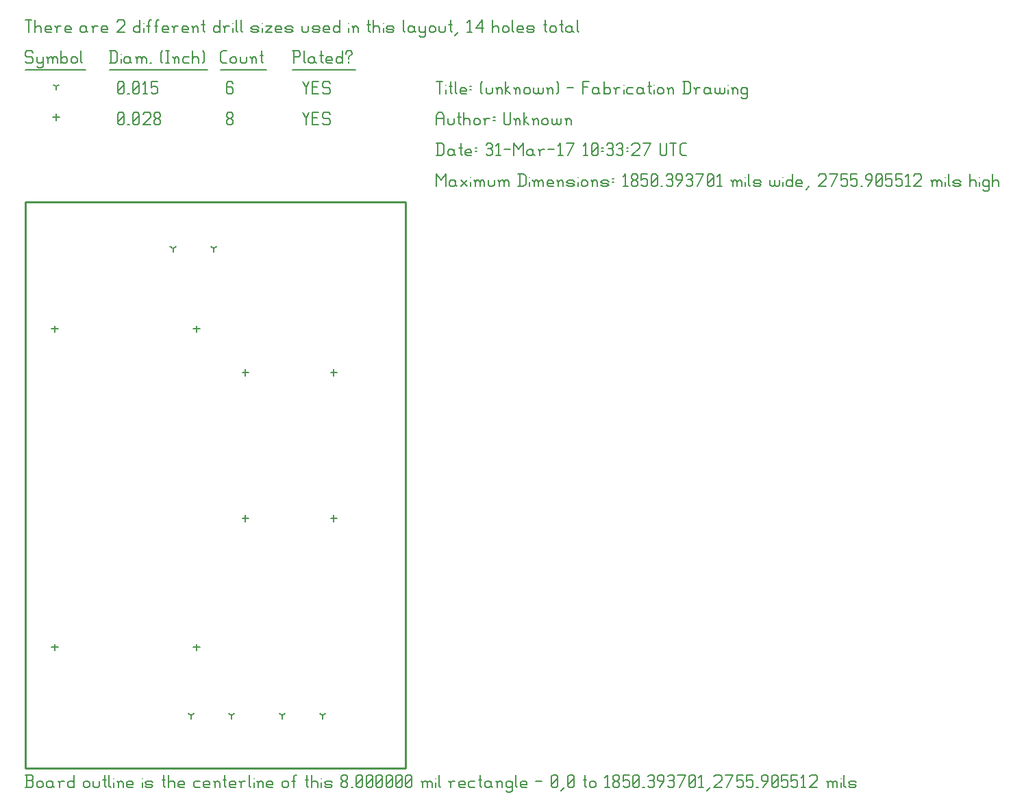
<source format=gbr>
G04 start of page 8 for group -3984 idx -3984 *
G04 Title: (unknown), fab *
G04 Creator: pcb.exe 20130104 *
G04 CreationDate: 31-Mar-17 10:33:27 UTC *
G04 Format: Gerber/RS-274X *
G04 PCB-Dimensions (mil): 1850.39 2755.91 *
G04 PCB-Coordinate-Origin: lower left *
%MOIN*%
%FSLAX25Y25*%
%LNFAB*%
%ADD32C,0.0100*%
%ADD31C,0.0075*%
%ADD30C,0.0060*%
%ADD29C,0.0080*%
G54D29*X83299Y215340D02*Y212140D01*
X81699Y213740D02*X84899D01*
X14299Y215340D02*Y212140D01*
X12699Y213740D02*X15899D01*
X83299Y60340D02*Y57140D01*
X81699Y58740D02*X84899D01*
X14299Y60340D02*Y57140D01*
X12699Y58740D02*X15899D01*
X107079Y194214D02*Y191014D01*
X105479Y192614D02*X108679D01*
X107079Y123214D02*Y120014D01*
X105479Y121614D02*X108679D01*
X150079Y194214D02*Y191014D01*
X148479Y192614D02*X151679D01*
X150079Y123214D02*Y120014D01*
X148479Y121614D02*X151679D01*
X15000Y318441D02*Y315241D01*
X13400Y316841D02*X16600D01*
G54D30*X135000Y319091D02*X136500Y316091D01*
X138000Y319091D01*
X136500Y316091D02*Y313091D01*
X139800Y316391D02*X142050D01*
X139800Y313091D02*X142800D01*
X139800Y319091D02*Y313091D01*
Y319091D02*X142800D01*
X147600D02*X148350Y318341D01*
X145350Y319091D02*X147600D01*
X144600Y318341D02*X145350Y319091D01*
X144600Y318341D02*Y316841D01*
X145350Y316091D01*
X147600D01*
X148350Y315341D01*
Y313841D01*
X147600Y313091D02*X148350Y313841D01*
X145350Y313091D02*X147600D01*
X144600Y313841D02*X145350Y313091D01*
X98000Y313841D02*X98750Y313091D01*
X98000Y315041D02*Y313841D01*
Y315041D02*X99050Y316091D01*
X99950D01*
X101000Y315041D01*
Y313841D01*
X100250Y313091D02*X101000Y313841D01*
X98750Y313091D02*X100250D01*
X98000Y317141D02*X99050Y316091D01*
X98000Y318341D02*Y317141D01*
Y318341D02*X98750Y319091D01*
X100250D01*
X101000Y318341D01*
Y317141D01*
X99950Y316091D02*X101000Y317141D01*
X45000Y313841D02*X45750Y313091D01*
X45000Y318341D02*Y313841D01*
Y318341D02*X45750Y319091D01*
X47250D01*
X48000Y318341D01*
Y313841D01*
X47250Y313091D02*X48000Y313841D01*
X45750Y313091D02*X47250D01*
X45000Y314591D02*X48000Y317591D01*
X49800Y313091D02*X50550D01*
X52350Y313841D02*X53100Y313091D01*
X52350Y318341D02*Y313841D01*
Y318341D02*X53100Y319091D01*
X54600D01*
X55350Y318341D01*
Y313841D01*
X54600Y313091D02*X55350Y313841D01*
X53100Y313091D02*X54600D01*
X52350Y314591D02*X55350Y317591D01*
X57150Y318341D02*X57900Y319091D01*
X60150D01*
X60900Y318341D01*
Y316841D01*
X57150Y313091D02*X60900Y316841D01*
X57150Y313091D02*X60900D01*
X62700Y313841D02*X63450Y313091D01*
X62700Y315041D02*Y313841D01*
Y315041D02*X63750Y316091D01*
X64650D01*
X65700Y315041D01*
Y313841D01*
X64950Y313091D02*X65700Y313841D01*
X63450Y313091D02*X64950D01*
X62700Y317141D02*X63750Y316091D01*
X62700Y318341D02*Y317141D01*
Y318341D02*X63450Y319091D01*
X64950D01*
X65700Y318341D01*
Y317141D01*
X64650Y316091D02*X65700Y317141D01*
X100393Y25591D02*Y23991D01*
Y25591D02*X101780Y26391D01*
X100393Y25591D02*X99007Y26391D01*
X80708Y25591D02*Y23991D01*
Y25591D02*X82095Y26391D01*
X80708Y25591D02*X79322Y26391D01*
X91535Y252954D02*Y251354D01*
Y252954D02*X92922Y253754D01*
X91535Y252954D02*X90148Y253754D01*
X71850Y252954D02*Y251354D01*
Y252954D02*X73237Y253754D01*
X71850Y252954D02*X70463Y253754D01*
X144685Y25591D02*Y23991D01*
Y25591D02*X146071Y26391D01*
X144685Y25591D02*X143298Y26391D01*
X125000Y25591D02*Y23991D01*
Y25591D02*X126386Y26391D01*
X125000Y25591D02*X123613Y26391D01*
X15000Y331841D02*Y330241D01*
Y331841D02*X16387Y332641D01*
X15000Y331841D02*X13613Y332641D01*
X135000Y334091D02*X136500Y331091D01*
X138000Y334091D01*
X136500Y331091D02*Y328091D01*
X139800Y331391D02*X142050D01*
X139800Y328091D02*X142800D01*
X139800Y334091D02*Y328091D01*
Y334091D02*X142800D01*
X147600D02*X148350Y333341D01*
X145350Y334091D02*X147600D01*
X144600Y333341D02*X145350Y334091D01*
X144600Y333341D02*Y331841D01*
X145350Y331091D01*
X147600D01*
X148350Y330341D01*
Y328841D01*
X147600Y328091D02*X148350Y328841D01*
X145350Y328091D02*X147600D01*
X144600Y328841D02*X145350Y328091D01*
X100250Y334091D02*X101000Y333341D01*
X98750Y334091D02*X100250D01*
X98000Y333341D02*X98750Y334091D01*
X98000Y333341D02*Y328841D01*
X98750Y328091D01*
X100250Y331391D02*X101000Y330641D01*
X98000Y331391D02*X100250D01*
X98750Y328091D02*X100250D01*
X101000Y328841D01*
Y330641D02*Y328841D01*
X45000D02*X45750Y328091D01*
X45000Y333341D02*Y328841D01*
Y333341D02*X45750Y334091D01*
X47250D01*
X48000Y333341D01*
Y328841D01*
X47250Y328091D02*X48000Y328841D01*
X45750Y328091D02*X47250D01*
X45000Y329591D02*X48000Y332591D01*
X49800Y328091D02*X50550D01*
X52350Y328841D02*X53100Y328091D01*
X52350Y333341D02*Y328841D01*
Y333341D02*X53100Y334091D01*
X54600D01*
X55350Y333341D01*
Y328841D01*
X54600Y328091D02*X55350Y328841D01*
X53100Y328091D02*X54600D01*
X52350Y329591D02*X55350Y332591D01*
X57150Y332891D02*X58350Y334091D01*
Y328091D01*
X57150D02*X59400D01*
X61200Y334091D02*X64200D01*
X61200D02*Y331091D01*
X61950Y331841D01*
X63450D01*
X64200Y331091D01*
Y328841D01*
X63450Y328091D02*X64200Y328841D01*
X61950Y328091D02*X63450D01*
X61200Y328841D02*X61950Y328091D01*
X3000Y349091D02*X3750Y348341D01*
X750Y349091D02*X3000D01*
X0Y348341D02*X750Y349091D01*
X0Y348341D02*Y346841D01*
X750Y346091D01*
X3000D01*
X3750Y345341D01*
Y343841D01*
X3000Y343091D02*X3750Y343841D01*
X750Y343091D02*X3000D01*
X0Y343841D02*X750Y343091D01*
X5550Y346091D02*Y343841D01*
X6300Y343091D01*
X8550Y346091D02*Y341591D01*
X7800Y340841D02*X8550Y341591D01*
X6300Y340841D02*X7800D01*
X5550Y341591D02*X6300Y340841D01*
Y343091D02*X7800D01*
X8550Y343841D01*
X11100Y345341D02*Y343091D01*
Y345341D02*X11850Y346091D01*
X12600D01*
X13350Y345341D01*
Y343091D01*
Y345341D02*X14100Y346091D01*
X14850D01*
X15600Y345341D01*
Y343091D01*
X10350Y346091D02*X11100Y345341D01*
X17400Y349091D02*Y343091D01*
Y343841D02*X18150Y343091D01*
X19650D01*
X20400Y343841D01*
Y345341D02*Y343841D01*
X19650Y346091D02*X20400Y345341D01*
X18150Y346091D02*X19650D01*
X17400Y345341D02*X18150Y346091D01*
X22200Y345341D02*Y343841D01*
Y345341D02*X22950Y346091D01*
X24450D01*
X25200Y345341D01*
Y343841D01*
X24450Y343091D02*X25200Y343841D01*
X22950Y343091D02*X24450D01*
X22200Y343841D02*X22950Y343091D01*
X27000Y349091D02*Y343841D01*
X27750Y343091D01*
X0Y339841D02*X29250D01*
X41750Y349091D02*Y343091D01*
X43700Y349091D02*X44750Y348041D01*
Y344141D01*
X43700Y343091D02*X44750Y344141D01*
X41000Y343091D02*X43700D01*
X41000Y349091D02*X43700D01*
G54D31*X46550Y347591D02*Y347441D01*
G54D30*Y345341D02*Y343091D01*
X50300Y346091D02*X51050Y345341D01*
X48800Y346091D02*X50300D01*
X48050Y345341D02*X48800Y346091D01*
X48050Y345341D02*Y343841D01*
X48800Y343091D01*
X51050Y346091D02*Y343841D01*
X51800Y343091D01*
X48800D02*X50300D01*
X51050Y343841D01*
X54350Y345341D02*Y343091D01*
Y345341D02*X55100Y346091D01*
X55850D01*
X56600Y345341D01*
Y343091D01*
Y345341D02*X57350Y346091D01*
X58100D01*
X58850Y345341D01*
Y343091D01*
X53600Y346091D02*X54350Y345341D01*
X60650Y343091D02*X61400D01*
X65900Y343841D02*X66650Y343091D01*
X65900Y348341D02*X66650Y349091D01*
X65900Y348341D02*Y343841D01*
X68450Y349091D02*X69950D01*
X69200D02*Y343091D01*
X68450D02*X69950D01*
X72500Y345341D02*Y343091D01*
Y345341D02*X73250Y346091D01*
X74000D01*
X74750Y345341D01*
Y343091D01*
X71750Y346091D02*X72500Y345341D01*
X77300Y346091D02*X79550D01*
X76550Y345341D02*X77300Y346091D01*
X76550Y345341D02*Y343841D01*
X77300Y343091D01*
X79550D01*
X81350Y349091D02*Y343091D01*
Y345341D02*X82100Y346091D01*
X83600D01*
X84350Y345341D01*
Y343091D01*
X86150Y349091D02*X86900Y348341D01*
Y343841D01*
X86150Y343091D02*X86900Y343841D01*
X41000Y339841D02*X88700D01*
X96050Y343091D02*X98000D01*
X95000Y344141D02*X96050Y343091D01*
X95000Y348041D02*Y344141D01*
Y348041D02*X96050Y349091D01*
X98000D01*
X99800Y345341D02*Y343841D01*
Y345341D02*X100550Y346091D01*
X102050D01*
X102800Y345341D01*
Y343841D01*
X102050Y343091D02*X102800Y343841D01*
X100550Y343091D02*X102050D01*
X99800Y343841D02*X100550Y343091D01*
X104600Y346091D02*Y343841D01*
X105350Y343091D01*
X106850D01*
X107600Y343841D01*
Y346091D02*Y343841D01*
X110150Y345341D02*Y343091D01*
Y345341D02*X110900Y346091D01*
X111650D01*
X112400Y345341D01*
Y343091D01*
X109400Y346091D02*X110150Y345341D01*
X114950Y349091D02*Y343841D01*
X115700Y343091D01*
X114200Y346841D02*X115700D01*
X95000Y339841D02*X117200D01*
X130750Y349091D02*Y343091D01*
X130000Y349091D02*X133000D01*
X133750Y348341D01*
Y346841D01*
X133000Y346091D02*X133750Y346841D01*
X130750Y346091D02*X133000D01*
X135550Y349091D02*Y343841D01*
X136300Y343091D01*
X140050Y346091D02*X140800Y345341D01*
X138550Y346091D02*X140050D01*
X137800Y345341D02*X138550Y346091D01*
X137800Y345341D02*Y343841D01*
X138550Y343091D01*
X140800Y346091D02*Y343841D01*
X141550Y343091D01*
X138550D02*X140050D01*
X140800Y343841D01*
X144100Y349091D02*Y343841D01*
X144850Y343091D01*
X143350Y346841D02*X144850D01*
X147100Y343091D02*X149350D01*
X146350Y343841D02*X147100Y343091D01*
X146350Y345341D02*Y343841D01*
Y345341D02*X147100Y346091D01*
X148600D01*
X149350Y345341D01*
X146350Y344591D02*X149350D01*
Y345341D02*Y344591D01*
X154150Y349091D02*Y343091D01*
X153400D02*X154150Y343841D01*
X151900Y343091D02*X153400D01*
X151150Y343841D02*X151900Y343091D01*
X151150Y345341D02*Y343841D01*
Y345341D02*X151900Y346091D01*
X153400D01*
X154150Y345341D01*
X157450Y346091D02*Y345341D01*
Y343841D02*Y343091D01*
X155950Y348341D02*Y347591D01*
Y348341D02*X156700Y349091D01*
X158200D01*
X158950Y348341D01*
Y347591D01*
X157450Y346091D02*X158950Y347591D01*
X130000Y339841D02*X160750D01*
X0Y364091D02*X3000D01*
X1500D02*Y358091D01*
X4800Y364091D02*Y358091D01*
Y360341D02*X5550Y361091D01*
X7050D01*
X7800Y360341D01*
Y358091D01*
X10350D02*X12600D01*
X9600Y358841D02*X10350Y358091D01*
X9600Y360341D02*Y358841D01*
Y360341D02*X10350Y361091D01*
X11850D01*
X12600Y360341D01*
X9600Y359591D02*X12600D01*
Y360341D02*Y359591D01*
X15150Y360341D02*Y358091D01*
Y360341D02*X15900Y361091D01*
X17400D01*
X14400D02*X15150Y360341D01*
X19950Y358091D02*X22200D01*
X19200Y358841D02*X19950Y358091D01*
X19200Y360341D02*Y358841D01*
Y360341D02*X19950Y361091D01*
X21450D01*
X22200Y360341D01*
X19200Y359591D02*X22200D01*
Y360341D02*Y359591D01*
X28950Y361091D02*X29700Y360341D01*
X27450Y361091D02*X28950D01*
X26700Y360341D02*X27450Y361091D01*
X26700Y360341D02*Y358841D01*
X27450Y358091D01*
X29700Y361091D02*Y358841D01*
X30450Y358091D01*
X27450D02*X28950D01*
X29700Y358841D01*
X33000Y360341D02*Y358091D01*
Y360341D02*X33750Y361091D01*
X35250D01*
X32250D02*X33000Y360341D01*
X37800Y358091D02*X40050D01*
X37050Y358841D02*X37800Y358091D01*
X37050Y360341D02*Y358841D01*
Y360341D02*X37800Y361091D01*
X39300D01*
X40050Y360341D01*
X37050Y359591D02*X40050D01*
Y360341D02*Y359591D01*
X44550Y363341D02*X45300Y364091D01*
X47550D01*
X48300Y363341D01*
Y361841D01*
X44550Y358091D02*X48300Y361841D01*
X44550Y358091D02*X48300D01*
X55800Y364091D02*Y358091D01*
X55050D02*X55800Y358841D01*
X53550Y358091D02*X55050D01*
X52800Y358841D02*X53550Y358091D01*
X52800Y360341D02*Y358841D01*
Y360341D02*X53550Y361091D01*
X55050D01*
X55800Y360341D01*
G54D31*X57600Y362591D02*Y362441D01*
G54D30*Y360341D02*Y358091D01*
X59850Y363341D02*Y358091D01*
Y363341D02*X60600Y364091D01*
X61350D01*
X59100Y361091D02*X60600D01*
X63600Y363341D02*Y358091D01*
Y363341D02*X64350Y364091D01*
X65100D01*
X62850Y361091D02*X64350D01*
X67350Y358091D02*X69600D01*
X66600Y358841D02*X67350Y358091D01*
X66600Y360341D02*Y358841D01*
Y360341D02*X67350Y361091D01*
X68850D01*
X69600Y360341D01*
X66600Y359591D02*X69600D01*
Y360341D02*Y359591D01*
X72150Y360341D02*Y358091D01*
Y360341D02*X72900Y361091D01*
X74400D01*
X71400D02*X72150Y360341D01*
X76950Y358091D02*X79200D01*
X76200Y358841D02*X76950Y358091D01*
X76200Y360341D02*Y358841D01*
Y360341D02*X76950Y361091D01*
X78450D01*
X79200Y360341D01*
X76200Y359591D02*X79200D01*
Y360341D02*Y359591D01*
X81750Y360341D02*Y358091D01*
Y360341D02*X82500Y361091D01*
X83250D01*
X84000Y360341D01*
Y358091D01*
X81000Y361091D02*X81750Y360341D01*
X86550Y364091D02*Y358841D01*
X87300Y358091D01*
X85800Y361841D02*X87300D01*
X94500Y364091D02*Y358091D01*
X93750D02*X94500Y358841D01*
X92250Y358091D02*X93750D01*
X91500Y358841D02*X92250Y358091D01*
X91500Y360341D02*Y358841D01*
Y360341D02*X92250Y361091D01*
X93750D01*
X94500Y360341D01*
X97050D02*Y358091D01*
Y360341D02*X97800Y361091D01*
X99300D01*
X96300D02*X97050Y360341D01*
G54D31*X101100Y362591D02*Y362441D01*
G54D30*Y360341D02*Y358091D01*
X102600Y364091D02*Y358841D01*
X103350Y358091D01*
X104850Y364091D02*Y358841D01*
X105600Y358091D01*
X110550D02*X112800D01*
X113550Y358841D01*
X112800Y359591D02*X113550Y358841D01*
X110550Y359591D02*X112800D01*
X109800Y360341D02*X110550Y359591D01*
X109800Y360341D02*X110550Y361091D01*
X112800D01*
X113550Y360341D01*
X109800Y358841D02*X110550Y358091D01*
G54D31*X115350Y362591D02*Y362441D01*
G54D30*Y360341D02*Y358091D01*
X116850Y361091D02*X119850D01*
X116850Y358091D02*X119850Y361091D01*
X116850Y358091D02*X119850D01*
X122400D02*X124650D01*
X121650Y358841D02*X122400Y358091D01*
X121650Y360341D02*Y358841D01*
Y360341D02*X122400Y361091D01*
X123900D01*
X124650Y360341D01*
X121650Y359591D02*X124650D01*
Y360341D02*Y359591D01*
X127200Y358091D02*X129450D01*
X130200Y358841D01*
X129450Y359591D02*X130200Y358841D01*
X127200Y359591D02*X129450D01*
X126450Y360341D02*X127200Y359591D01*
X126450Y360341D02*X127200Y361091D01*
X129450D01*
X130200Y360341D01*
X126450Y358841D02*X127200Y358091D01*
X134700Y361091D02*Y358841D01*
X135450Y358091D01*
X136950D01*
X137700Y358841D01*
Y361091D02*Y358841D01*
X140250Y358091D02*X142500D01*
X143250Y358841D01*
X142500Y359591D02*X143250Y358841D01*
X140250Y359591D02*X142500D01*
X139500Y360341D02*X140250Y359591D01*
X139500Y360341D02*X140250Y361091D01*
X142500D01*
X143250Y360341D01*
X139500Y358841D02*X140250Y358091D01*
X145800D02*X148050D01*
X145050Y358841D02*X145800Y358091D01*
X145050Y360341D02*Y358841D01*
Y360341D02*X145800Y361091D01*
X147300D01*
X148050Y360341D01*
X145050Y359591D02*X148050D01*
Y360341D02*Y359591D01*
X152850Y364091D02*Y358091D01*
X152100D02*X152850Y358841D01*
X150600Y358091D02*X152100D01*
X149850Y358841D02*X150600Y358091D01*
X149850Y360341D02*Y358841D01*
Y360341D02*X150600Y361091D01*
X152100D01*
X152850Y360341D01*
G54D31*X157350Y362591D02*Y362441D01*
G54D30*Y360341D02*Y358091D01*
X159600Y360341D02*Y358091D01*
Y360341D02*X160350Y361091D01*
X161100D01*
X161850Y360341D01*
Y358091D01*
X158850Y361091D02*X159600Y360341D01*
X167100Y364091D02*Y358841D01*
X167850Y358091D01*
X166350Y361841D02*X167850D01*
X169350Y364091D02*Y358091D01*
Y360341D02*X170100Y361091D01*
X171600D01*
X172350Y360341D01*
Y358091D01*
G54D31*X174150Y362591D02*Y362441D01*
G54D30*Y360341D02*Y358091D01*
X176400D02*X178650D01*
X179400Y358841D01*
X178650Y359591D02*X179400Y358841D01*
X176400Y359591D02*X178650D01*
X175650Y360341D02*X176400Y359591D01*
X175650Y360341D02*X176400Y361091D01*
X178650D01*
X179400Y360341D01*
X175650Y358841D02*X176400Y358091D01*
X183900Y364091D02*Y358841D01*
X184650Y358091D01*
X188400Y361091D02*X189150Y360341D01*
X186900Y361091D02*X188400D01*
X186150Y360341D02*X186900Y361091D01*
X186150Y360341D02*Y358841D01*
X186900Y358091D01*
X189150Y361091D02*Y358841D01*
X189900Y358091D01*
X186900D02*X188400D01*
X189150Y358841D01*
X191700Y361091D02*Y358841D01*
X192450Y358091D01*
X194700Y361091D02*Y356591D01*
X193950Y355841D02*X194700Y356591D01*
X192450Y355841D02*X193950D01*
X191700Y356591D02*X192450Y355841D01*
Y358091D02*X193950D01*
X194700Y358841D01*
X196500Y360341D02*Y358841D01*
Y360341D02*X197250Y361091D01*
X198750D01*
X199500Y360341D01*
Y358841D01*
X198750Y358091D02*X199500Y358841D01*
X197250Y358091D02*X198750D01*
X196500Y358841D02*X197250Y358091D01*
X201300Y361091D02*Y358841D01*
X202050Y358091D01*
X203550D01*
X204300Y358841D01*
Y361091D02*Y358841D01*
X206850Y364091D02*Y358841D01*
X207600Y358091D01*
X206100Y361841D02*X207600D01*
X209100Y356591D02*X210600Y358091D01*
X215100Y362891D02*X216300Y364091D01*
Y358091D01*
X215100D02*X217350D01*
X219150Y360341D02*X222150Y364091D01*
X219150Y360341D02*X222900D01*
X222150Y364091D02*Y358091D01*
X227400Y364091D02*Y358091D01*
Y360341D02*X228150Y361091D01*
X229650D01*
X230400Y360341D01*
Y358091D01*
X232200Y360341D02*Y358841D01*
Y360341D02*X232950Y361091D01*
X234450D01*
X235200Y360341D01*
Y358841D01*
X234450Y358091D02*X235200Y358841D01*
X232950Y358091D02*X234450D01*
X232200Y358841D02*X232950Y358091D01*
X237000Y364091D02*Y358841D01*
X237750Y358091D01*
X240000D02*X242250D01*
X239250Y358841D02*X240000Y358091D01*
X239250Y360341D02*Y358841D01*
Y360341D02*X240000Y361091D01*
X241500D01*
X242250Y360341D01*
X239250Y359591D02*X242250D01*
Y360341D02*Y359591D01*
X244800Y358091D02*X247050D01*
X247800Y358841D01*
X247050Y359591D02*X247800Y358841D01*
X244800Y359591D02*X247050D01*
X244050Y360341D02*X244800Y359591D01*
X244050Y360341D02*X244800Y361091D01*
X247050D01*
X247800Y360341D01*
X244050Y358841D02*X244800Y358091D01*
X253050Y364091D02*Y358841D01*
X253800Y358091D01*
X252300Y361841D02*X253800D01*
X255300Y360341D02*Y358841D01*
Y360341D02*X256050Y361091D01*
X257550D01*
X258300Y360341D01*
Y358841D01*
X257550Y358091D02*X258300Y358841D01*
X256050Y358091D02*X257550D01*
X255300Y358841D02*X256050Y358091D01*
X260850Y364091D02*Y358841D01*
X261600Y358091D01*
X260100Y361841D02*X261600D01*
X265350Y361091D02*X266100Y360341D01*
X263850Y361091D02*X265350D01*
X263100Y360341D02*X263850Y361091D01*
X263100Y360341D02*Y358841D01*
X263850Y358091D01*
X266100Y361091D02*Y358841D01*
X266850Y358091D01*
X263850D02*X265350D01*
X266100Y358841D01*
X268650Y364091D02*Y358841D01*
X269400Y358091D01*
G54D32*X0Y275591D02*X185039D01*
X0D02*Y0D01*
X185039Y275591D02*Y0D01*
X0D02*X185039D01*
G54D30*X200000Y289091D02*Y283091D01*
Y289091D02*X202250Y286091D01*
X204500Y289091D01*
Y283091D01*
X208550Y286091D02*X209300Y285341D01*
X207050Y286091D02*X208550D01*
X206300Y285341D02*X207050Y286091D01*
X206300Y285341D02*Y283841D01*
X207050Y283091D01*
X209300Y286091D02*Y283841D01*
X210050Y283091D01*
X207050D02*X208550D01*
X209300Y283841D01*
X211850Y286091D02*X214850Y283091D01*
X211850D02*X214850Y286091D01*
G54D31*X216650Y287591D02*Y287441D01*
G54D30*Y285341D02*Y283091D01*
X218900Y285341D02*Y283091D01*
Y285341D02*X219650Y286091D01*
X220400D01*
X221150Y285341D01*
Y283091D01*
Y285341D02*X221900Y286091D01*
X222650D01*
X223400Y285341D01*
Y283091D01*
X218150Y286091D02*X218900Y285341D01*
X225200Y286091D02*Y283841D01*
X225950Y283091D01*
X227450D01*
X228200Y283841D01*
Y286091D02*Y283841D01*
X230750Y285341D02*Y283091D01*
Y285341D02*X231500Y286091D01*
X232250D01*
X233000Y285341D01*
Y283091D01*
Y285341D02*X233750Y286091D01*
X234500D01*
X235250Y285341D01*
Y283091D01*
X230000Y286091D02*X230750Y285341D01*
X240500Y289091D02*Y283091D01*
X242450Y289091D02*X243500Y288041D01*
Y284141D01*
X242450Y283091D02*X243500Y284141D01*
X239750Y283091D02*X242450D01*
X239750Y289091D02*X242450D01*
G54D31*X245300Y287591D02*Y287441D01*
G54D30*Y285341D02*Y283091D01*
X247550Y285341D02*Y283091D01*
Y285341D02*X248300Y286091D01*
X249050D01*
X249800Y285341D01*
Y283091D01*
Y285341D02*X250550Y286091D01*
X251300D01*
X252050Y285341D01*
Y283091D01*
X246800Y286091D02*X247550Y285341D01*
X254600Y283091D02*X256850D01*
X253850Y283841D02*X254600Y283091D01*
X253850Y285341D02*Y283841D01*
Y285341D02*X254600Y286091D01*
X256100D01*
X256850Y285341D01*
X253850Y284591D02*X256850D01*
Y285341D02*Y284591D01*
X259400Y285341D02*Y283091D01*
Y285341D02*X260150Y286091D01*
X260900D01*
X261650Y285341D01*
Y283091D01*
X258650Y286091D02*X259400Y285341D01*
X264200Y283091D02*X266450D01*
X267200Y283841D01*
X266450Y284591D02*X267200Y283841D01*
X264200Y284591D02*X266450D01*
X263450Y285341D02*X264200Y284591D01*
X263450Y285341D02*X264200Y286091D01*
X266450D01*
X267200Y285341D01*
X263450Y283841D02*X264200Y283091D01*
G54D31*X269000Y287591D02*Y287441D01*
G54D30*Y285341D02*Y283091D01*
X270500Y285341D02*Y283841D01*
Y285341D02*X271250Y286091D01*
X272750D01*
X273500Y285341D01*
Y283841D01*
X272750Y283091D02*X273500Y283841D01*
X271250Y283091D02*X272750D01*
X270500Y283841D02*X271250Y283091D01*
X276050Y285341D02*Y283091D01*
Y285341D02*X276800Y286091D01*
X277550D01*
X278300Y285341D01*
Y283091D01*
X275300Y286091D02*X276050Y285341D01*
X280850Y283091D02*X283100D01*
X283850Y283841D01*
X283100Y284591D02*X283850Y283841D01*
X280850Y284591D02*X283100D01*
X280100Y285341D02*X280850Y284591D01*
X280100Y285341D02*X280850Y286091D01*
X283100D01*
X283850Y285341D01*
X280100Y283841D02*X280850Y283091D01*
X285650Y286841D02*X286400D01*
X285650Y285341D02*X286400D01*
X290900Y287891D02*X292100Y289091D01*
Y283091D01*
X290900D02*X293150D01*
X294950Y283841D02*X295700Y283091D01*
X294950Y285041D02*Y283841D01*
Y285041D02*X296000Y286091D01*
X296900D01*
X297950Y285041D01*
Y283841D01*
X297200Y283091D02*X297950Y283841D01*
X295700Y283091D02*X297200D01*
X294950Y287141D02*X296000Y286091D01*
X294950Y288341D02*Y287141D01*
Y288341D02*X295700Y289091D01*
X297200D01*
X297950Y288341D01*
Y287141D01*
X296900Y286091D02*X297950Y287141D01*
X299750Y289091D02*X302750D01*
X299750D02*Y286091D01*
X300500Y286841D01*
X302000D01*
X302750Y286091D01*
Y283841D01*
X302000Y283091D02*X302750Y283841D01*
X300500Y283091D02*X302000D01*
X299750Y283841D02*X300500Y283091D01*
X304550Y283841D02*X305300Y283091D01*
X304550Y288341D02*Y283841D01*
Y288341D02*X305300Y289091D01*
X306800D01*
X307550Y288341D01*
Y283841D01*
X306800Y283091D02*X307550Y283841D01*
X305300Y283091D02*X306800D01*
X304550Y284591D02*X307550Y287591D01*
X309350Y283091D02*X310100D01*
X311900Y288341D02*X312650Y289091D01*
X314150D01*
X314900Y288341D01*
X314150Y283091D02*X314900Y283841D01*
X312650Y283091D02*X314150D01*
X311900Y283841D02*X312650Y283091D01*
Y286391D02*X314150D01*
X314900Y288341D02*Y287141D01*
Y285641D02*Y283841D01*
Y285641D02*X314150Y286391D01*
X314900Y287141D02*X314150Y286391D01*
X317450Y283091D02*X319700Y286091D01*
Y288341D02*Y286091D01*
X318950Y289091D02*X319700Y288341D01*
X317450Y289091D02*X318950D01*
X316700Y288341D02*X317450Y289091D01*
X316700Y288341D02*Y286841D01*
X317450Y286091D01*
X319700D01*
X321500Y288341D02*X322250Y289091D01*
X323750D01*
X324500Y288341D01*
X323750Y283091D02*X324500Y283841D01*
X322250Y283091D02*X323750D01*
X321500Y283841D02*X322250Y283091D01*
Y286391D02*X323750D01*
X324500Y288341D02*Y287141D01*
Y285641D02*Y283841D01*
Y285641D02*X323750Y286391D01*
X324500Y287141D02*X323750Y286391D01*
X327050Y283091D02*X330050Y289091D01*
X326300D02*X330050D01*
X331850Y283841D02*X332600Y283091D01*
X331850Y288341D02*Y283841D01*
Y288341D02*X332600Y289091D01*
X334100D01*
X334850Y288341D01*
Y283841D01*
X334100Y283091D02*X334850Y283841D01*
X332600Y283091D02*X334100D01*
X331850Y284591D02*X334850Y287591D01*
X336650Y287891D02*X337850Y289091D01*
Y283091D01*
X336650D02*X338900D01*
X344150Y285341D02*Y283091D01*
Y285341D02*X344900Y286091D01*
X345650D01*
X346400Y285341D01*
Y283091D01*
Y285341D02*X347150Y286091D01*
X347900D01*
X348650Y285341D01*
Y283091D01*
X343400Y286091D02*X344150Y285341D01*
G54D31*X350450Y287591D02*Y287441D01*
G54D30*Y285341D02*Y283091D01*
X351950Y289091D02*Y283841D01*
X352700Y283091D01*
X354950D02*X357200D01*
X357950Y283841D01*
X357200Y284591D02*X357950Y283841D01*
X354950Y284591D02*X357200D01*
X354200Y285341D02*X354950Y284591D01*
X354200Y285341D02*X354950Y286091D01*
X357200D01*
X357950Y285341D01*
X354200Y283841D02*X354950Y283091D01*
X362450Y286091D02*Y283841D01*
X363200Y283091D01*
X363950D01*
X364700Y283841D01*
Y286091D02*Y283841D01*
X365450Y283091D01*
X366200D01*
X366950Y283841D01*
Y286091D02*Y283841D01*
G54D31*X368750Y287591D02*Y287441D01*
G54D30*Y285341D02*Y283091D01*
X373250Y289091D02*Y283091D01*
X372500D02*X373250Y283841D01*
X371000Y283091D02*X372500D01*
X370250Y283841D02*X371000Y283091D01*
X370250Y285341D02*Y283841D01*
Y285341D02*X371000Y286091D01*
X372500D01*
X373250Y285341D01*
X375800Y283091D02*X378050D01*
X375050Y283841D02*X375800Y283091D01*
X375050Y285341D02*Y283841D01*
Y285341D02*X375800Y286091D01*
X377300D01*
X378050Y285341D01*
X375050Y284591D02*X378050D01*
Y285341D02*Y284591D01*
X379850Y281591D02*X381350Y283091D01*
X385850Y288341D02*X386600Y289091D01*
X388850D01*
X389600Y288341D01*
Y286841D01*
X385850Y283091D02*X389600Y286841D01*
X385850Y283091D02*X389600D01*
X392150D02*X395150Y289091D01*
X391400D02*X395150D01*
X396950D02*X399950D01*
X396950D02*Y286091D01*
X397700Y286841D01*
X399200D01*
X399950Y286091D01*
Y283841D01*
X399200Y283091D02*X399950Y283841D01*
X397700Y283091D02*X399200D01*
X396950Y283841D02*X397700Y283091D01*
X401750Y289091D02*X404750D01*
X401750D02*Y286091D01*
X402500Y286841D01*
X404000D01*
X404750Y286091D01*
Y283841D01*
X404000Y283091D02*X404750Y283841D01*
X402500Y283091D02*X404000D01*
X401750Y283841D02*X402500Y283091D01*
X406550D02*X407300D01*
X409850D02*X412100Y286091D01*
Y288341D02*Y286091D01*
X411350Y289091D02*X412100Y288341D01*
X409850Y289091D02*X411350D01*
X409100Y288341D02*X409850Y289091D01*
X409100Y288341D02*Y286841D01*
X409850Y286091D01*
X412100D01*
X413900Y283841D02*X414650Y283091D01*
X413900Y288341D02*Y283841D01*
Y288341D02*X414650Y289091D01*
X416150D01*
X416900Y288341D01*
Y283841D01*
X416150Y283091D02*X416900Y283841D01*
X414650Y283091D02*X416150D01*
X413900Y284591D02*X416900Y287591D01*
X418700Y289091D02*X421700D01*
X418700D02*Y286091D01*
X419450Y286841D01*
X420950D01*
X421700Y286091D01*
Y283841D01*
X420950Y283091D02*X421700Y283841D01*
X419450Y283091D02*X420950D01*
X418700Y283841D02*X419450Y283091D01*
X423500Y289091D02*X426500D01*
X423500D02*Y286091D01*
X424250Y286841D01*
X425750D01*
X426500Y286091D01*
Y283841D01*
X425750Y283091D02*X426500Y283841D01*
X424250Y283091D02*X425750D01*
X423500Y283841D02*X424250Y283091D01*
X428300Y287891D02*X429500Y289091D01*
Y283091D01*
X428300D02*X430550D01*
X432350Y288341D02*X433100Y289091D01*
X435350D01*
X436100Y288341D01*
Y286841D01*
X432350Y283091D02*X436100Y286841D01*
X432350Y283091D02*X436100D01*
X441350Y285341D02*Y283091D01*
Y285341D02*X442100Y286091D01*
X442850D01*
X443600Y285341D01*
Y283091D01*
Y285341D02*X444350Y286091D01*
X445100D01*
X445850Y285341D01*
Y283091D01*
X440600Y286091D02*X441350Y285341D01*
G54D31*X447650Y287591D02*Y287441D01*
G54D30*Y285341D02*Y283091D01*
X449150Y289091D02*Y283841D01*
X449900Y283091D01*
X452150D02*X454400D01*
X455150Y283841D01*
X454400Y284591D02*X455150Y283841D01*
X452150Y284591D02*X454400D01*
X451400Y285341D02*X452150Y284591D01*
X451400Y285341D02*X452150Y286091D01*
X454400D01*
X455150Y285341D01*
X451400Y283841D02*X452150Y283091D01*
X459650Y289091D02*Y283091D01*
Y285341D02*X460400Y286091D01*
X461900D01*
X462650Y285341D01*
Y283091D01*
G54D31*X464450Y287591D02*Y287441D01*
G54D30*Y285341D02*Y283091D01*
X468200Y286091D02*X468950Y285341D01*
X466700Y286091D02*X468200D01*
X465950Y285341D02*X466700Y286091D01*
X465950Y285341D02*Y283841D01*
X466700Y283091D01*
X468200D01*
X468950Y283841D01*
X465950Y281591D02*X466700Y280841D01*
X468200D01*
X468950Y281591D01*
Y286091D02*Y281591D01*
X470750Y289091D02*Y283091D01*
Y285341D02*X471500Y286091D01*
X473000D01*
X473750Y285341D01*
Y283091D01*
X0Y-9500D02*X3000D01*
X3750Y-8750D01*
Y-6950D02*Y-8750D01*
X3000Y-6200D02*X3750Y-6950D01*
X750Y-6200D02*X3000D01*
X750Y-3500D02*Y-9500D01*
X0Y-3500D02*X3000D01*
X3750Y-4250D01*
Y-5450D01*
X3000Y-6200D02*X3750Y-5450D01*
X5550Y-7250D02*Y-8750D01*
Y-7250D02*X6300Y-6500D01*
X7800D01*
X8550Y-7250D01*
Y-8750D01*
X7800Y-9500D02*X8550Y-8750D01*
X6300Y-9500D02*X7800D01*
X5550Y-8750D02*X6300Y-9500D01*
X12600Y-6500D02*X13350Y-7250D01*
X11100Y-6500D02*X12600D01*
X10350Y-7250D02*X11100Y-6500D01*
X10350Y-7250D02*Y-8750D01*
X11100Y-9500D01*
X13350Y-6500D02*Y-8750D01*
X14100Y-9500D01*
X11100D02*X12600D01*
X13350Y-8750D01*
X16650Y-7250D02*Y-9500D01*
Y-7250D02*X17400Y-6500D01*
X18900D01*
X15900D02*X16650Y-7250D01*
X23700Y-3500D02*Y-9500D01*
X22950D02*X23700Y-8750D01*
X21450Y-9500D02*X22950D01*
X20700Y-8750D02*X21450Y-9500D01*
X20700Y-7250D02*Y-8750D01*
Y-7250D02*X21450Y-6500D01*
X22950D01*
X23700Y-7250D01*
X28200D02*Y-8750D01*
Y-7250D02*X28950Y-6500D01*
X30450D01*
X31200Y-7250D01*
Y-8750D01*
X30450Y-9500D02*X31200Y-8750D01*
X28950Y-9500D02*X30450D01*
X28200Y-8750D02*X28950Y-9500D01*
X33000Y-6500D02*Y-8750D01*
X33750Y-9500D01*
X35250D01*
X36000Y-8750D01*
Y-6500D02*Y-8750D01*
X38550Y-3500D02*Y-8750D01*
X39300Y-9500D01*
X37800Y-5750D02*X39300D01*
X40800Y-3500D02*Y-8750D01*
X41550Y-9500D01*
G54D31*X43050Y-5000D02*Y-5150D01*
G54D30*Y-7250D02*Y-9500D01*
X45300Y-7250D02*Y-9500D01*
Y-7250D02*X46050Y-6500D01*
X46800D01*
X47550Y-7250D01*
Y-9500D01*
X44550Y-6500D02*X45300Y-7250D01*
X50100Y-9500D02*X52350D01*
X49350Y-8750D02*X50100Y-9500D01*
X49350Y-7250D02*Y-8750D01*
Y-7250D02*X50100Y-6500D01*
X51600D01*
X52350Y-7250D01*
X49350Y-8000D02*X52350D01*
Y-7250D02*Y-8000D01*
G54D31*X56850Y-5000D02*Y-5150D01*
G54D30*Y-7250D02*Y-9500D01*
X59100D02*X61350D01*
X62100Y-8750D01*
X61350Y-8000D02*X62100Y-8750D01*
X59100Y-8000D02*X61350D01*
X58350Y-7250D02*X59100Y-8000D01*
X58350Y-7250D02*X59100Y-6500D01*
X61350D01*
X62100Y-7250D01*
X58350Y-8750D02*X59100Y-9500D01*
X67350Y-3500D02*Y-8750D01*
X68100Y-9500D01*
X66600Y-5750D02*X68100D01*
X69600Y-3500D02*Y-9500D01*
Y-7250D02*X70350Y-6500D01*
X71850D01*
X72600Y-7250D01*
Y-9500D01*
X75150D02*X77400D01*
X74400Y-8750D02*X75150Y-9500D01*
X74400Y-7250D02*Y-8750D01*
Y-7250D02*X75150Y-6500D01*
X76650D01*
X77400Y-7250D01*
X74400Y-8000D02*X77400D01*
Y-7250D02*Y-8000D01*
X82650Y-6500D02*X84900D01*
X81900Y-7250D02*X82650Y-6500D01*
X81900Y-7250D02*Y-8750D01*
X82650Y-9500D01*
X84900D01*
X87450D02*X89700D01*
X86700Y-8750D02*X87450Y-9500D01*
X86700Y-7250D02*Y-8750D01*
Y-7250D02*X87450Y-6500D01*
X88950D01*
X89700Y-7250D01*
X86700Y-8000D02*X89700D01*
Y-7250D02*Y-8000D01*
X92250Y-7250D02*Y-9500D01*
Y-7250D02*X93000Y-6500D01*
X93750D01*
X94500Y-7250D01*
Y-9500D01*
X91500Y-6500D02*X92250Y-7250D01*
X97050Y-3500D02*Y-8750D01*
X97800Y-9500D01*
X96300Y-5750D02*X97800D01*
X100050Y-9500D02*X102300D01*
X99300Y-8750D02*X100050Y-9500D01*
X99300Y-7250D02*Y-8750D01*
Y-7250D02*X100050Y-6500D01*
X101550D01*
X102300Y-7250D01*
X99300Y-8000D02*X102300D01*
Y-7250D02*Y-8000D01*
X104850Y-7250D02*Y-9500D01*
Y-7250D02*X105600Y-6500D01*
X107100D01*
X104100D02*X104850Y-7250D01*
X108900Y-3500D02*Y-8750D01*
X109650Y-9500D01*
G54D31*X111150Y-5000D02*Y-5150D01*
G54D30*Y-7250D02*Y-9500D01*
X113400Y-7250D02*Y-9500D01*
Y-7250D02*X114150Y-6500D01*
X114900D01*
X115650Y-7250D01*
Y-9500D01*
X112650Y-6500D02*X113400Y-7250D01*
X118200Y-9500D02*X120450D01*
X117450Y-8750D02*X118200Y-9500D01*
X117450Y-7250D02*Y-8750D01*
Y-7250D02*X118200Y-6500D01*
X119700D01*
X120450Y-7250D01*
X117450Y-8000D02*X120450D01*
Y-7250D02*Y-8000D01*
X124950Y-7250D02*Y-8750D01*
Y-7250D02*X125700Y-6500D01*
X127200D01*
X127950Y-7250D01*
Y-8750D01*
X127200Y-9500D02*X127950Y-8750D01*
X125700Y-9500D02*X127200D01*
X124950Y-8750D02*X125700Y-9500D01*
X130500Y-4250D02*Y-9500D01*
Y-4250D02*X131250Y-3500D01*
X132000D01*
X129750Y-6500D02*X131250D01*
X136950Y-3500D02*Y-8750D01*
X137700Y-9500D01*
X136200Y-5750D02*X137700D01*
X139200Y-3500D02*Y-9500D01*
Y-7250D02*X139950Y-6500D01*
X141450D01*
X142200Y-7250D01*
Y-9500D01*
G54D31*X144000Y-5000D02*Y-5150D01*
G54D30*Y-7250D02*Y-9500D01*
X146250D02*X148500D01*
X149250Y-8750D01*
X148500Y-8000D02*X149250Y-8750D01*
X146250Y-8000D02*X148500D01*
X145500Y-7250D02*X146250Y-8000D01*
X145500Y-7250D02*X146250Y-6500D01*
X148500D01*
X149250Y-7250D01*
X145500Y-8750D02*X146250Y-9500D01*
X153750Y-8750D02*X154500Y-9500D01*
X153750Y-7550D02*Y-8750D01*
Y-7550D02*X154800Y-6500D01*
X155700D01*
X156750Y-7550D01*
Y-8750D01*
X156000Y-9500D02*X156750Y-8750D01*
X154500Y-9500D02*X156000D01*
X153750Y-5450D02*X154800Y-6500D01*
X153750Y-4250D02*Y-5450D01*
Y-4250D02*X154500Y-3500D01*
X156000D01*
X156750Y-4250D01*
Y-5450D01*
X155700Y-6500D02*X156750Y-5450D01*
X158550Y-9500D02*X159300D01*
X161100Y-8750D02*X161850Y-9500D01*
X161100Y-4250D02*Y-8750D01*
Y-4250D02*X161850Y-3500D01*
X163350D01*
X164100Y-4250D01*
Y-8750D01*
X163350Y-9500D02*X164100Y-8750D01*
X161850Y-9500D02*X163350D01*
X161100Y-8000D02*X164100Y-5000D01*
X165900Y-8750D02*X166650Y-9500D01*
X165900Y-4250D02*Y-8750D01*
Y-4250D02*X166650Y-3500D01*
X168150D01*
X168900Y-4250D01*
Y-8750D01*
X168150Y-9500D02*X168900Y-8750D01*
X166650Y-9500D02*X168150D01*
X165900Y-8000D02*X168900Y-5000D01*
X170700Y-8750D02*X171450Y-9500D01*
X170700Y-4250D02*Y-8750D01*
Y-4250D02*X171450Y-3500D01*
X172950D01*
X173700Y-4250D01*
Y-8750D01*
X172950Y-9500D02*X173700Y-8750D01*
X171450Y-9500D02*X172950D01*
X170700Y-8000D02*X173700Y-5000D01*
X175500Y-8750D02*X176250Y-9500D01*
X175500Y-4250D02*Y-8750D01*
Y-4250D02*X176250Y-3500D01*
X177750D01*
X178500Y-4250D01*
Y-8750D01*
X177750Y-9500D02*X178500Y-8750D01*
X176250Y-9500D02*X177750D01*
X175500Y-8000D02*X178500Y-5000D01*
X180300Y-8750D02*X181050Y-9500D01*
X180300Y-4250D02*Y-8750D01*
Y-4250D02*X181050Y-3500D01*
X182550D01*
X183300Y-4250D01*
Y-8750D01*
X182550Y-9500D02*X183300Y-8750D01*
X181050Y-9500D02*X182550D01*
X180300Y-8000D02*X183300Y-5000D01*
X185100Y-8750D02*X185850Y-9500D01*
X185100Y-4250D02*Y-8750D01*
Y-4250D02*X185850Y-3500D01*
X187350D01*
X188100Y-4250D01*
Y-8750D01*
X187350Y-9500D02*X188100Y-8750D01*
X185850Y-9500D02*X187350D01*
X185100Y-8000D02*X188100Y-5000D01*
X193350Y-7250D02*Y-9500D01*
Y-7250D02*X194100Y-6500D01*
X194850D01*
X195600Y-7250D01*
Y-9500D01*
Y-7250D02*X196350Y-6500D01*
X197100D01*
X197850Y-7250D01*
Y-9500D01*
X192600Y-6500D02*X193350Y-7250D01*
G54D31*X199650Y-5000D02*Y-5150D01*
G54D30*Y-7250D02*Y-9500D01*
X201150Y-3500D02*Y-8750D01*
X201900Y-9500D01*
X206850Y-7250D02*Y-9500D01*
Y-7250D02*X207600Y-6500D01*
X209100D01*
X206100D02*X206850Y-7250D01*
X211650Y-9500D02*X213900D01*
X210900Y-8750D02*X211650Y-9500D01*
X210900Y-7250D02*Y-8750D01*
Y-7250D02*X211650Y-6500D01*
X213150D01*
X213900Y-7250D01*
X210900Y-8000D02*X213900D01*
Y-7250D02*Y-8000D01*
X216450Y-6500D02*X218700D01*
X215700Y-7250D02*X216450Y-6500D01*
X215700Y-7250D02*Y-8750D01*
X216450Y-9500D01*
X218700D01*
X221250Y-3500D02*Y-8750D01*
X222000Y-9500D01*
X220500Y-5750D02*X222000D01*
X225750Y-6500D02*X226500Y-7250D01*
X224250Y-6500D02*X225750D01*
X223500Y-7250D02*X224250Y-6500D01*
X223500Y-7250D02*Y-8750D01*
X224250Y-9500D01*
X226500Y-6500D02*Y-8750D01*
X227250Y-9500D01*
X224250D02*X225750D01*
X226500Y-8750D01*
X229800Y-7250D02*Y-9500D01*
Y-7250D02*X230550Y-6500D01*
X231300D01*
X232050Y-7250D01*
Y-9500D01*
X229050Y-6500D02*X229800Y-7250D01*
X236100Y-6500D02*X236850Y-7250D01*
X234600Y-6500D02*X236100D01*
X233850Y-7250D02*X234600Y-6500D01*
X233850Y-7250D02*Y-8750D01*
X234600Y-9500D01*
X236100D01*
X236850Y-8750D01*
X233850Y-11000D02*X234600Y-11750D01*
X236100D01*
X236850Y-11000D01*
Y-6500D02*Y-11000D01*
X238650Y-3500D02*Y-8750D01*
X239400Y-9500D01*
X241650D02*X243900D01*
X240900Y-8750D02*X241650Y-9500D01*
X240900Y-7250D02*Y-8750D01*
Y-7250D02*X241650Y-6500D01*
X243150D01*
X243900Y-7250D01*
X240900Y-8000D02*X243900D01*
Y-7250D02*Y-8000D01*
X248400Y-6500D02*X251400D01*
X255900Y-8750D02*X256650Y-9500D01*
X255900Y-4250D02*Y-8750D01*
Y-4250D02*X256650Y-3500D01*
X258150D01*
X258900Y-4250D01*
Y-8750D01*
X258150Y-9500D02*X258900Y-8750D01*
X256650Y-9500D02*X258150D01*
X255900Y-8000D02*X258900Y-5000D01*
X260700Y-11000D02*X262200Y-9500D01*
X264000Y-8750D02*X264750Y-9500D01*
X264000Y-4250D02*Y-8750D01*
Y-4250D02*X264750Y-3500D01*
X266250D01*
X267000Y-4250D01*
Y-8750D01*
X266250Y-9500D02*X267000Y-8750D01*
X264750Y-9500D02*X266250D01*
X264000Y-8000D02*X267000Y-5000D01*
X272250Y-3500D02*Y-8750D01*
X273000Y-9500D01*
X271500Y-5750D02*X273000D01*
X274500Y-7250D02*Y-8750D01*
Y-7250D02*X275250Y-6500D01*
X276750D01*
X277500Y-7250D01*
Y-8750D01*
X276750Y-9500D02*X277500Y-8750D01*
X275250Y-9500D02*X276750D01*
X274500Y-8750D02*X275250Y-9500D01*
X282000Y-4700D02*X283200Y-3500D01*
Y-9500D01*
X282000D02*X284250D01*
X286050Y-8750D02*X286800Y-9500D01*
X286050Y-7550D02*Y-8750D01*
Y-7550D02*X287100Y-6500D01*
X288000D01*
X289050Y-7550D01*
Y-8750D01*
X288300Y-9500D02*X289050Y-8750D01*
X286800Y-9500D02*X288300D01*
X286050Y-5450D02*X287100Y-6500D01*
X286050Y-4250D02*Y-5450D01*
Y-4250D02*X286800Y-3500D01*
X288300D01*
X289050Y-4250D01*
Y-5450D01*
X288000Y-6500D02*X289050Y-5450D01*
X290850Y-3500D02*X293850D01*
X290850D02*Y-6500D01*
X291600Y-5750D01*
X293100D01*
X293850Y-6500D01*
Y-8750D01*
X293100Y-9500D02*X293850Y-8750D01*
X291600Y-9500D02*X293100D01*
X290850Y-8750D02*X291600Y-9500D01*
X295650Y-8750D02*X296400Y-9500D01*
X295650Y-4250D02*Y-8750D01*
Y-4250D02*X296400Y-3500D01*
X297900D01*
X298650Y-4250D01*
Y-8750D01*
X297900Y-9500D02*X298650Y-8750D01*
X296400Y-9500D02*X297900D01*
X295650Y-8000D02*X298650Y-5000D01*
X300450Y-9500D02*X301200D01*
X303000Y-4250D02*X303750Y-3500D01*
X305250D01*
X306000Y-4250D01*
X305250Y-9500D02*X306000Y-8750D01*
X303750Y-9500D02*X305250D01*
X303000Y-8750D02*X303750Y-9500D01*
Y-6200D02*X305250D01*
X306000Y-4250D02*Y-5450D01*
Y-6950D02*Y-8750D01*
Y-6950D02*X305250Y-6200D01*
X306000Y-5450D02*X305250Y-6200D01*
X308550Y-9500D02*X310800Y-6500D01*
Y-4250D02*Y-6500D01*
X310050Y-3500D02*X310800Y-4250D01*
X308550Y-3500D02*X310050D01*
X307800Y-4250D02*X308550Y-3500D01*
X307800Y-4250D02*Y-5750D01*
X308550Y-6500D01*
X310800D01*
X312600Y-4250D02*X313350Y-3500D01*
X314850D01*
X315600Y-4250D01*
X314850Y-9500D02*X315600Y-8750D01*
X313350Y-9500D02*X314850D01*
X312600Y-8750D02*X313350Y-9500D01*
Y-6200D02*X314850D01*
X315600Y-4250D02*Y-5450D01*
Y-6950D02*Y-8750D01*
Y-6950D02*X314850Y-6200D01*
X315600Y-5450D02*X314850Y-6200D01*
X318150Y-9500D02*X321150Y-3500D01*
X317400D02*X321150D01*
X322950Y-8750D02*X323700Y-9500D01*
X322950Y-4250D02*Y-8750D01*
Y-4250D02*X323700Y-3500D01*
X325200D01*
X325950Y-4250D01*
Y-8750D01*
X325200Y-9500D02*X325950Y-8750D01*
X323700Y-9500D02*X325200D01*
X322950Y-8000D02*X325950Y-5000D01*
X327750Y-4700D02*X328950Y-3500D01*
Y-9500D01*
X327750D02*X330000D01*
X331800Y-11000D02*X333300Y-9500D01*
X335100Y-4250D02*X335850Y-3500D01*
X338100D01*
X338850Y-4250D01*
Y-5750D01*
X335100Y-9500D02*X338850Y-5750D01*
X335100Y-9500D02*X338850D01*
X341400D02*X344400Y-3500D01*
X340650D02*X344400D01*
X346200D02*X349200D01*
X346200D02*Y-6500D01*
X346950Y-5750D01*
X348450D01*
X349200Y-6500D01*
Y-8750D01*
X348450Y-9500D02*X349200Y-8750D01*
X346950Y-9500D02*X348450D01*
X346200Y-8750D02*X346950Y-9500D01*
X351000Y-3500D02*X354000D01*
X351000D02*Y-6500D01*
X351750Y-5750D01*
X353250D01*
X354000Y-6500D01*
Y-8750D01*
X353250Y-9500D02*X354000Y-8750D01*
X351750Y-9500D02*X353250D01*
X351000Y-8750D02*X351750Y-9500D01*
X355800D02*X356550D01*
X359100D02*X361350Y-6500D01*
Y-4250D02*Y-6500D01*
X360600Y-3500D02*X361350Y-4250D01*
X359100Y-3500D02*X360600D01*
X358350Y-4250D02*X359100Y-3500D01*
X358350Y-4250D02*Y-5750D01*
X359100Y-6500D01*
X361350D01*
X363150Y-8750D02*X363900Y-9500D01*
X363150Y-4250D02*Y-8750D01*
Y-4250D02*X363900Y-3500D01*
X365400D01*
X366150Y-4250D01*
Y-8750D01*
X365400Y-9500D02*X366150Y-8750D01*
X363900Y-9500D02*X365400D01*
X363150Y-8000D02*X366150Y-5000D01*
X367950Y-3500D02*X370950D01*
X367950D02*Y-6500D01*
X368700Y-5750D01*
X370200D01*
X370950Y-6500D01*
Y-8750D01*
X370200Y-9500D02*X370950Y-8750D01*
X368700Y-9500D02*X370200D01*
X367950Y-8750D02*X368700Y-9500D01*
X372750Y-3500D02*X375750D01*
X372750D02*Y-6500D01*
X373500Y-5750D01*
X375000D01*
X375750Y-6500D01*
Y-8750D01*
X375000Y-9500D02*X375750Y-8750D01*
X373500Y-9500D02*X375000D01*
X372750Y-8750D02*X373500Y-9500D01*
X377550Y-4700D02*X378750Y-3500D01*
Y-9500D01*
X377550D02*X379800D01*
X381600Y-4250D02*X382350Y-3500D01*
X384600D01*
X385350Y-4250D01*
Y-5750D01*
X381600Y-9500D02*X385350Y-5750D01*
X381600Y-9500D02*X385350D01*
X390600Y-7250D02*Y-9500D01*
Y-7250D02*X391350Y-6500D01*
X392100D01*
X392850Y-7250D01*
Y-9500D01*
Y-7250D02*X393600Y-6500D01*
X394350D01*
X395100Y-7250D01*
Y-9500D01*
X389850Y-6500D02*X390600Y-7250D01*
G54D31*X396900Y-5000D02*Y-5150D01*
G54D30*Y-7250D02*Y-9500D01*
X398400Y-3500D02*Y-8750D01*
X399150Y-9500D01*
X401401D02*X403651D01*
X404401Y-8750D01*
X403651Y-8000D02*X404401Y-8750D01*
X401401Y-8000D02*X403651D01*
X400651Y-7250D02*X401401Y-8000D01*
X400651Y-7250D02*X401401Y-6500D01*
X403651D01*
X404401Y-7250D01*
X400651Y-8750D02*X401401Y-9500D01*
X200750Y304091D02*Y298091D01*
X202700Y304091D02*X203750Y303041D01*
Y299141D01*
X202700Y298091D02*X203750Y299141D01*
X200000Y298091D02*X202700D01*
X200000Y304091D02*X202700D01*
X207800Y301091D02*X208550Y300341D01*
X206300Y301091D02*X207800D01*
X205550Y300341D02*X206300Y301091D01*
X205550Y300341D02*Y298841D01*
X206300Y298091D01*
X208550Y301091D02*Y298841D01*
X209300Y298091D01*
X206300D02*X207800D01*
X208550Y298841D01*
X211850Y304091D02*Y298841D01*
X212600Y298091D01*
X211100Y301841D02*X212600D01*
X214850Y298091D02*X217100D01*
X214100Y298841D02*X214850Y298091D01*
X214100Y300341D02*Y298841D01*
Y300341D02*X214850Y301091D01*
X216350D01*
X217100Y300341D01*
X214100Y299591D02*X217100D01*
Y300341D02*Y299591D01*
X218900Y301841D02*X219650D01*
X218900Y300341D02*X219650D01*
X224150Y303341D02*X224900Y304091D01*
X226400D01*
X227150Y303341D01*
X226400Y298091D02*X227150Y298841D01*
X224900Y298091D02*X226400D01*
X224150Y298841D02*X224900Y298091D01*
Y301391D02*X226400D01*
X227150Y303341D02*Y302141D01*
Y300641D02*Y298841D01*
Y300641D02*X226400Y301391D01*
X227150Y302141D02*X226400Y301391D01*
X228950Y302891D02*X230150Y304091D01*
Y298091D01*
X228950D02*X231200D01*
X233000Y301091D02*X236000D01*
X237800Y304091D02*Y298091D01*
Y304091D02*X240050Y301091D01*
X242300Y304091D01*
Y298091D01*
X246350Y301091D02*X247100Y300341D01*
X244850Y301091D02*X246350D01*
X244100Y300341D02*X244850Y301091D01*
X244100Y300341D02*Y298841D01*
X244850Y298091D01*
X247100Y301091D02*Y298841D01*
X247850Y298091D01*
X244850D02*X246350D01*
X247100Y298841D01*
X250400Y300341D02*Y298091D01*
Y300341D02*X251150Y301091D01*
X252650D01*
X249650D02*X250400Y300341D01*
X254450Y301091D02*X257450D01*
X259250Y302891D02*X260450Y304091D01*
Y298091D01*
X259250D02*X261500D01*
X264050D02*X267050Y304091D01*
X263300D02*X267050D01*
X271550Y302891D02*X272750Y304091D01*
Y298091D01*
X271550D02*X273800D01*
X275600Y298841D02*X276350Y298091D01*
X275600Y303341D02*Y298841D01*
Y303341D02*X276350Y304091D01*
X277850D01*
X278600Y303341D01*
Y298841D01*
X277850Y298091D02*X278600Y298841D01*
X276350Y298091D02*X277850D01*
X275600Y299591D02*X278600Y302591D01*
X280400Y301841D02*X281150D01*
X280400Y300341D02*X281150D01*
X282950Y303341D02*X283700Y304091D01*
X285200D01*
X285950Y303341D01*
X285200Y298091D02*X285950Y298841D01*
X283700Y298091D02*X285200D01*
X282950Y298841D02*X283700Y298091D01*
Y301391D02*X285200D01*
X285950Y303341D02*Y302141D01*
Y300641D02*Y298841D01*
Y300641D02*X285200Y301391D01*
X285950Y302141D02*X285200Y301391D01*
X287750Y303341D02*X288500Y304091D01*
X290000D01*
X290750Y303341D01*
X290000Y298091D02*X290750Y298841D01*
X288500Y298091D02*X290000D01*
X287750Y298841D02*X288500Y298091D01*
Y301391D02*X290000D01*
X290750Y303341D02*Y302141D01*
Y300641D02*Y298841D01*
Y300641D02*X290000Y301391D01*
X290750Y302141D02*X290000Y301391D01*
X292550Y301841D02*X293300D01*
X292550Y300341D02*X293300D01*
X295100Y303341D02*X295850Y304091D01*
X298100D01*
X298850Y303341D01*
Y301841D01*
X295100Y298091D02*X298850Y301841D01*
X295100Y298091D02*X298850D01*
X301400D02*X304400Y304091D01*
X300650D02*X304400D01*
X308900D02*Y298841D01*
X309650Y298091D01*
X311150D01*
X311900Y298841D01*
Y304091D02*Y298841D01*
X313700Y304091D02*X316700D01*
X315200D02*Y298091D01*
X319550D02*X321500D01*
X318500Y299141D02*X319550Y298091D01*
X318500Y303041D02*Y299141D01*
Y303041D02*X319550Y304091D01*
X321500D01*
X200000Y317591D02*Y313091D01*
Y317591D02*X201050Y319091D01*
X202700D01*
X203750Y317591D01*
Y313091D01*
X200000Y316091D02*X203750D01*
X205550D02*Y313841D01*
X206300Y313091D01*
X207800D01*
X208550Y313841D01*
Y316091D02*Y313841D01*
X211100Y319091D02*Y313841D01*
X211850Y313091D01*
X210350Y316841D02*X211850D01*
X213350Y319091D02*Y313091D01*
Y315341D02*X214100Y316091D01*
X215600D01*
X216350Y315341D01*
Y313091D01*
X218150Y315341D02*Y313841D01*
Y315341D02*X218900Y316091D01*
X220400D01*
X221150Y315341D01*
Y313841D01*
X220400Y313091D02*X221150Y313841D01*
X218900Y313091D02*X220400D01*
X218150Y313841D02*X218900Y313091D01*
X223700Y315341D02*Y313091D01*
Y315341D02*X224450Y316091D01*
X225950D01*
X222950D02*X223700Y315341D01*
X227750Y316841D02*X228500D01*
X227750Y315341D02*X228500D01*
X233000Y319091D02*Y313841D01*
X233750Y313091D01*
X235250D01*
X236000Y313841D01*
Y319091D02*Y313841D01*
X238550Y315341D02*Y313091D01*
Y315341D02*X239300Y316091D01*
X240050D01*
X240800Y315341D01*
Y313091D01*
X237800Y316091D02*X238550Y315341D01*
X242600Y319091D02*Y313091D01*
Y315341D02*X244850Y313091D01*
X242600Y315341D02*X244100Y316841D01*
X247400Y315341D02*Y313091D01*
Y315341D02*X248150Y316091D01*
X248900D01*
X249650Y315341D01*
Y313091D01*
X246650Y316091D02*X247400Y315341D01*
X251450D02*Y313841D01*
Y315341D02*X252200Y316091D01*
X253700D01*
X254450Y315341D01*
Y313841D01*
X253700Y313091D02*X254450Y313841D01*
X252200Y313091D02*X253700D01*
X251450Y313841D02*X252200Y313091D01*
X256250Y316091D02*Y313841D01*
X257000Y313091D01*
X257750D01*
X258500Y313841D01*
Y316091D02*Y313841D01*
X259250Y313091D01*
X260000D01*
X260750Y313841D01*
Y316091D02*Y313841D01*
X263300Y315341D02*Y313091D01*
Y315341D02*X264050Y316091D01*
X264800D01*
X265550Y315341D01*
Y313091D01*
X262550Y316091D02*X263300Y315341D01*
X200000Y334091D02*X203000D01*
X201500D02*Y328091D01*
G54D31*X204800Y332591D02*Y332441D01*
G54D30*Y330341D02*Y328091D01*
X207050Y334091D02*Y328841D01*
X207800Y328091D01*
X206300Y331841D02*X207800D01*
X209300Y334091D02*Y328841D01*
X210050Y328091D01*
X212300D02*X214550D01*
X211550Y328841D02*X212300Y328091D01*
X211550Y330341D02*Y328841D01*
Y330341D02*X212300Y331091D01*
X213800D01*
X214550Y330341D01*
X211550Y329591D02*X214550D01*
Y330341D02*Y329591D01*
X216350Y331841D02*X217100D01*
X216350Y330341D02*X217100D01*
X221600Y328841D02*X222350Y328091D01*
X221600Y333341D02*X222350Y334091D01*
X221600Y333341D02*Y328841D01*
X224150Y331091D02*Y328841D01*
X224900Y328091D01*
X226400D01*
X227150Y328841D01*
Y331091D02*Y328841D01*
X229700Y330341D02*Y328091D01*
Y330341D02*X230450Y331091D01*
X231200D01*
X231950Y330341D01*
Y328091D01*
X228950Y331091D02*X229700Y330341D01*
X233750Y334091D02*Y328091D01*
Y330341D02*X236000Y328091D01*
X233750Y330341D02*X235250Y331841D01*
X238550Y330341D02*Y328091D01*
Y330341D02*X239300Y331091D01*
X240050D01*
X240800Y330341D01*
Y328091D01*
X237800Y331091D02*X238550Y330341D01*
X242600D02*Y328841D01*
Y330341D02*X243350Y331091D01*
X244850D01*
X245600Y330341D01*
Y328841D01*
X244850Y328091D02*X245600Y328841D01*
X243350Y328091D02*X244850D01*
X242600Y328841D02*X243350Y328091D01*
X247400Y331091D02*Y328841D01*
X248150Y328091D01*
X248900D01*
X249650Y328841D01*
Y331091D02*Y328841D01*
X250400Y328091D01*
X251150D01*
X251900Y328841D01*
Y331091D02*Y328841D01*
X254450Y330341D02*Y328091D01*
Y330341D02*X255200Y331091D01*
X255950D01*
X256700Y330341D01*
Y328091D01*
X253700Y331091D02*X254450Y330341D01*
X258500Y334091D02*X259250Y333341D01*
Y328841D01*
X258500Y328091D02*X259250Y328841D01*
X263750Y331091D02*X266750D01*
X271250Y334091D02*Y328091D01*
Y334091D02*X274250D01*
X271250Y331391D02*X273500D01*
X278300Y331091D02*X279050Y330341D01*
X276800Y331091D02*X278300D01*
X276050Y330341D02*X276800Y331091D01*
X276050Y330341D02*Y328841D01*
X276800Y328091D01*
X279050Y331091D02*Y328841D01*
X279800Y328091D01*
X276800D02*X278300D01*
X279050Y328841D01*
X281600Y334091D02*Y328091D01*
Y328841D02*X282350Y328091D01*
X283850D01*
X284600Y328841D01*
Y330341D02*Y328841D01*
X283850Y331091D02*X284600Y330341D01*
X282350Y331091D02*X283850D01*
X281600Y330341D02*X282350Y331091D01*
X287150Y330341D02*Y328091D01*
Y330341D02*X287900Y331091D01*
X289400D01*
X286400D02*X287150Y330341D01*
G54D31*X291200Y332591D02*Y332441D01*
G54D30*Y330341D02*Y328091D01*
X293450Y331091D02*X295700D01*
X292700Y330341D02*X293450Y331091D01*
X292700Y330341D02*Y328841D01*
X293450Y328091D01*
X295700D01*
X299750Y331091D02*X300500Y330341D01*
X298250Y331091D02*X299750D01*
X297500Y330341D02*X298250Y331091D01*
X297500Y330341D02*Y328841D01*
X298250Y328091D01*
X300500Y331091D02*Y328841D01*
X301250Y328091D01*
X298250D02*X299750D01*
X300500Y328841D01*
X303800Y334091D02*Y328841D01*
X304550Y328091D01*
X303050Y331841D02*X304550D01*
G54D31*X306050Y332591D02*Y332441D01*
G54D30*Y330341D02*Y328091D01*
X307550Y330341D02*Y328841D01*
Y330341D02*X308300Y331091D01*
X309800D01*
X310550Y330341D01*
Y328841D01*
X309800Y328091D02*X310550Y328841D01*
X308300Y328091D02*X309800D01*
X307550Y328841D02*X308300Y328091D01*
X313100Y330341D02*Y328091D01*
Y330341D02*X313850Y331091D01*
X314600D01*
X315350Y330341D01*
Y328091D01*
X312350Y331091D02*X313100Y330341D01*
X320600Y334091D02*Y328091D01*
X322550Y334091D02*X323600Y333041D01*
Y329141D01*
X322550Y328091D02*X323600Y329141D01*
X319850Y328091D02*X322550D01*
X319850Y334091D02*X322550D01*
X326150Y330341D02*Y328091D01*
Y330341D02*X326900Y331091D01*
X328400D01*
X325400D02*X326150Y330341D01*
X332450Y331091D02*X333200Y330341D01*
X330950Y331091D02*X332450D01*
X330200Y330341D02*X330950Y331091D01*
X330200Y330341D02*Y328841D01*
X330950Y328091D01*
X333200Y331091D02*Y328841D01*
X333950Y328091D01*
X330950D02*X332450D01*
X333200Y328841D01*
X335750Y331091D02*Y328841D01*
X336500Y328091D01*
X337250D01*
X338000Y328841D01*
Y331091D02*Y328841D01*
X338750Y328091D01*
X339500D01*
X340250Y328841D01*
Y331091D02*Y328841D01*
G54D31*X342050Y332591D02*Y332441D01*
G54D30*Y330341D02*Y328091D01*
X344300Y330341D02*Y328091D01*
Y330341D02*X345050Y331091D01*
X345800D01*
X346550Y330341D01*
Y328091D01*
X343550Y331091D02*X344300Y330341D01*
X350600Y331091D02*X351350Y330341D01*
X349100Y331091D02*X350600D01*
X348350Y330341D02*X349100Y331091D01*
X348350Y330341D02*Y328841D01*
X349100Y328091D01*
X350600D01*
X351350Y328841D01*
X348350Y326591D02*X349100Y325841D01*
X350600D01*
X351350Y326591D01*
Y331091D02*Y326591D01*
M02*

</source>
